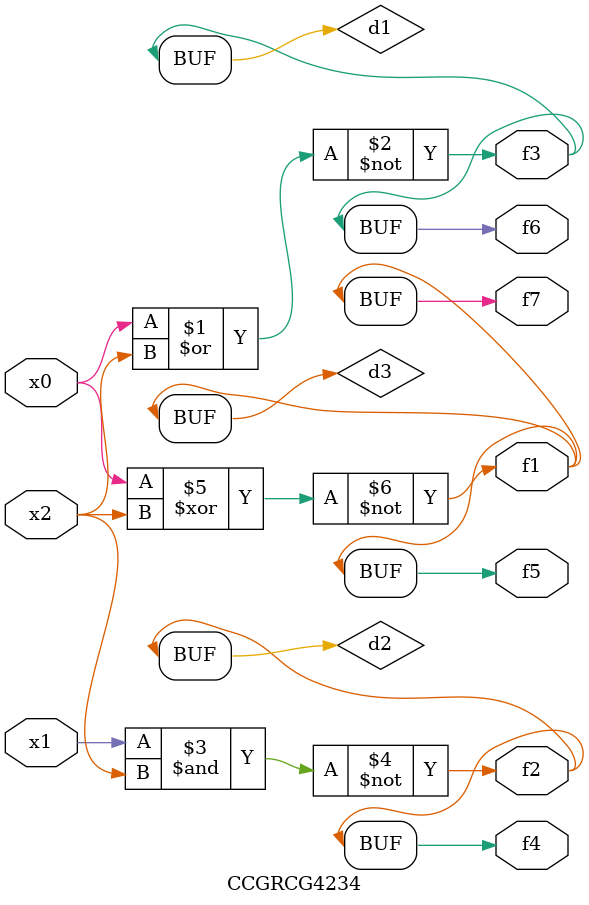
<source format=v>
module CCGRCG4234(
	input x0, x1, x2,
	output f1, f2, f3, f4, f5, f6, f7
);

	wire d1, d2, d3;

	nor (d1, x0, x2);
	nand (d2, x1, x2);
	xnor (d3, x0, x2);
	assign f1 = d3;
	assign f2 = d2;
	assign f3 = d1;
	assign f4 = d2;
	assign f5 = d3;
	assign f6 = d1;
	assign f7 = d3;
endmodule

</source>
